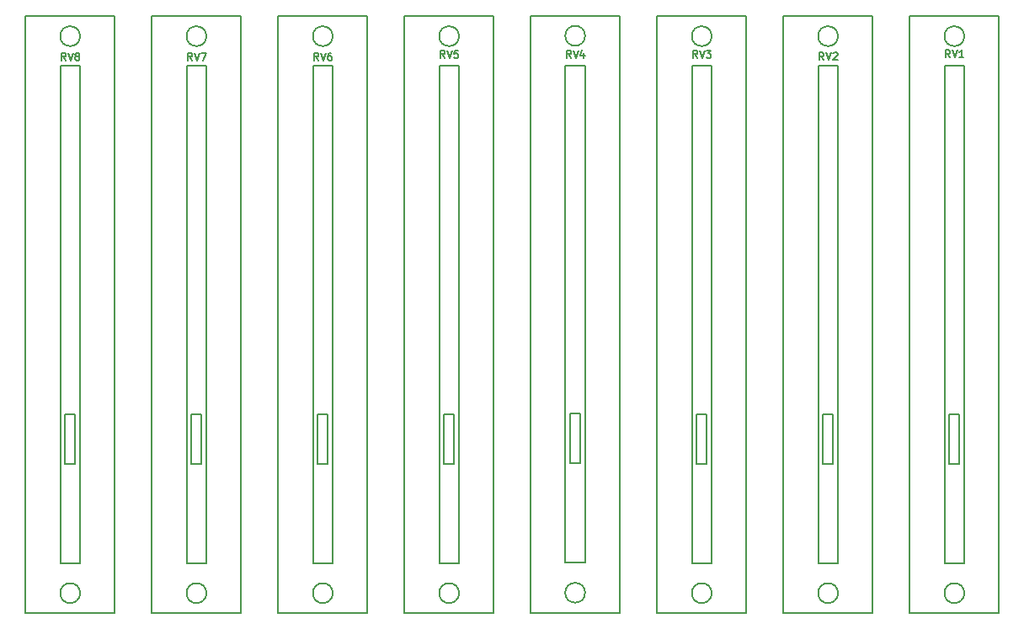
<source format=gto>
G04 #@! TF.GenerationSoftware,KiCad,Pcbnew,(5.0.0)*
G04 #@! TF.CreationDate,2018-07-30T10:59:50+01:00*
G04 #@! TF.ProjectId,Mixer,4D697865722E6B696361645F70636200,rev?*
G04 #@! TF.SameCoordinates,Original*
G04 #@! TF.FileFunction,Legend,Top*
G04 #@! TF.FilePolarity,Positive*
%FSLAX46Y46*%
G04 Gerber Fmt 4.6, Leading zero omitted, Abs format (unit mm)*
G04 Created by KiCad (PCBNEW (5.0.0)) date 07/30/18 10:59:50*
%MOMM*%
%LPD*%
G01*
G04 APERTURE LIST*
%ADD10C,0.203200*%
%ADD11C,0.152400*%
G04 APERTURE END LIST*
D10*
G04 #@! TO.C,RV7*
X61540000Y-20800000D02*
X61540000Y-80800000D01*
X70540000Y-20800000D02*
X61540000Y-20800000D01*
X70540000Y-80800000D02*
X70540000Y-20800000D01*
X61540000Y-80800000D02*
X70540000Y-80800000D01*
X65040000Y-25800000D02*
X65040000Y-75800000D01*
X67040000Y-25800000D02*
X65040000Y-25800000D01*
X67040000Y-75800000D02*
X67040000Y-25800000D01*
X65040000Y-75800000D02*
X67040000Y-75800000D01*
X65540000Y-60800000D02*
X65540000Y-65800000D01*
X66540000Y-60800000D02*
X65540000Y-60800000D01*
X66540000Y-65800000D02*
X66540000Y-60800000D01*
X65540000Y-65800000D02*
X66540000Y-65800000D01*
X67040000Y-22800000D02*
G75*
G03X67040000Y-22800000I-1000000J0D01*
G01*
X67040000Y-78800000D02*
G75*
G03X67040000Y-78800000I-1000000J0D01*
G01*
G04 #@! TO.C,RV8*
X54340000Y-78800000D02*
G75*
G03X54340000Y-78800000I-1000000J0D01*
G01*
X54340000Y-22800000D02*
G75*
G03X54340000Y-22800000I-1000000J0D01*
G01*
X52840000Y-65800000D02*
X53840000Y-65800000D01*
X53840000Y-65800000D02*
X53840000Y-60800000D01*
X53840000Y-60800000D02*
X52840000Y-60800000D01*
X52840000Y-60800000D02*
X52840000Y-65800000D01*
X52340000Y-75800000D02*
X54340000Y-75800000D01*
X54340000Y-75800000D02*
X54340000Y-25800000D01*
X54340000Y-25800000D02*
X52340000Y-25800000D01*
X52340000Y-25800000D02*
X52340000Y-75800000D01*
X48840000Y-80800000D02*
X57840000Y-80800000D01*
X57840000Y-80800000D02*
X57840000Y-20800000D01*
X57840000Y-20800000D02*
X48840000Y-20800000D01*
X48840000Y-20800000D02*
X48840000Y-80800000D01*
G04 #@! TO.C,RV1*
X143240000Y-78800000D02*
G75*
G03X143240000Y-78800000I-1000000J0D01*
G01*
X143240000Y-22800000D02*
G75*
G03X143240000Y-22800000I-1000000J0D01*
G01*
X141740000Y-65800000D02*
X142740000Y-65800000D01*
X142740000Y-65800000D02*
X142740000Y-60800000D01*
X142740000Y-60800000D02*
X141740000Y-60800000D01*
X141740000Y-60800000D02*
X141740000Y-65800000D01*
X141240000Y-75800000D02*
X143240000Y-75800000D01*
X143240000Y-75800000D02*
X143240000Y-25800000D01*
X143240000Y-25800000D02*
X141240000Y-25800000D01*
X141240000Y-25800000D02*
X141240000Y-75800000D01*
X137740000Y-80800000D02*
X146740000Y-80800000D01*
X146740000Y-80800000D02*
X146740000Y-20800000D01*
X146740000Y-20800000D02*
X137740000Y-20800000D01*
X137740000Y-20800000D02*
X137740000Y-80800000D01*
G04 #@! TO.C,RV2*
X130540000Y-78800000D02*
G75*
G03X130540000Y-78800000I-1000000J0D01*
G01*
X130540000Y-22800000D02*
G75*
G03X130540000Y-22800000I-1000000J0D01*
G01*
X129040000Y-65800000D02*
X130040000Y-65800000D01*
X130040000Y-65800000D02*
X130040000Y-60800000D01*
X130040000Y-60800000D02*
X129040000Y-60800000D01*
X129040000Y-60800000D02*
X129040000Y-65800000D01*
X128540000Y-75800000D02*
X130540000Y-75800000D01*
X130540000Y-75800000D02*
X130540000Y-25800000D01*
X130540000Y-25800000D02*
X128540000Y-25800000D01*
X128540000Y-25800000D02*
X128540000Y-75800000D01*
X125040000Y-80800000D02*
X134040000Y-80800000D01*
X134040000Y-80800000D02*
X134040000Y-20800000D01*
X134040000Y-20800000D02*
X125040000Y-20800000D01*
X125040000Y-20800000D02*
X125040000Y-80800000D01*
G04 #@! TO.C,RV3*
X112340000Y-20800000D02*
X112340000Y-80800000D01*
X121340000Y-20800000D02*
X112340000Y-20800000D01*
X121340000Y-80800000D02*
X121340000Y-20800000D01*
X112340000Y-80800000D02*
X121340000Y-80800000D01*
X115840000Y-25800000D02*
X115840000Y-75800000D01*
X117840000Y-25800000D02*
X115840000Y-25800000D01*
X117840000Y-75800000D02*
X117840000Y-25800000D01*
X115840000Y-75800000D02*
X117840000Y-75800000D01*
X116340000Y-60800000D02*
X116340000Y-65800000D01*
X117340000Y-60800000D02*
X116340000Y-60800000D01*
X117340000Y-65800000D02*
X117340000Y-60800000D01*
X116340000Y-65800000D02*
X117340000Y-65800000D01*
X117840000Y-22800000D02*
G75*
G03X117840000Y-22800000I-1000000J0D01*
G01*
X117840000Y-78800000D02*
G75*
G03X117840000Y-78800000I-1000000J0D01*
G01*
G04 #@! TO.C,RV4*
X105112000Y-78760000D02*
G75*
G03X105112000Y-78760000I-1000000J0D01*
G01*
X105112000Y-22760000D02*
G75*
G03X105112000Y-22760000I-1000000J0D01*
G01*
X103612000Y-65760000D02*
X104612000Y-65760000D01*
X104612000Y-65760000D02*
X104612000Y-60760000D01*
X104612000Y-60760000D02*
X103612000Y-60760000D01*
X103612000Y-60760000D02*
X103612000Y-65760000D01*
X103112000Y-75760000D02*
X105112000Y-75760000D01*
X105112000Y-75760000D02*
X105112000Y-25760000D01*
X105112000Y-25760000D02*
X103112000Y-25760000D01*
X103112000Y-25760000D02*
X103112000Y-75760000D01*
X99612000Y-80760000D02*
X108612000Y-80760000D01*
X108612000Y-80760000D02*
X108612000Y-20760000D01*
X108612000Y-20760000D02*
X99612000Y-20760000D01*
X99612000Y-20760000D02*
X99612000Y-80760000D01*
G04 #@! TO.C,RV5*
X86940000Y-20800000D02*
X86940000Y-80800000D01*
X95940000Y-20800000D02*
X86940000Y-20800000D01*
X95940000Y-80800000D02*
X95940000Y-20800000D01*
X86940000Y-80800000D02*
X95940000Y-80800000D01*
X90440000Y-25800000D02*
X90440000Y-75800000D01*
X92440000Y-25800000D02*
X90440000Y-25800000D01*
X92440000Y-75800000D02*
X92440000Y-25800000D01*
X90440000Y-75800000D02*
X92440000Y-75800000D01*
X90940000Y-60800000D02*
X90940000Y-65800000D01*
X91940000Y-60800000D02*
X90940000Y-60800000D01*
X91940000Y-65800000D02*
X91940000Y-60800000D01*
X90940000Y-65800000D02*
X91940000Y-65800000D01*
X92440000Y-22800000D02*
G75*
G03X92440000Y-22800000I-1000000J0D01*
G01*
X92440000Y-78800000D02*
G75*
G03X92440000Y-78800000I-1000000J0D01*
G01*
G04 #@! TO.C,RV6*
X79740000Y-78800000D02*
G75*
G03X79740000Y-78800000I-1000000J0D01*
G01*
X79740000Y-22800000D02*
G75*
G03X79740000Y-22800000I-1000000J0D01*
G01*
X78240000Y-65800000D02*
X79240000Y-65800000D01*
X79240000Y-65800000D02*
X79240000Y-60800000D01*
X79240000Y-60800000D02*
X78240000Y-60800000D01*
X78240000Y-60800000D02*
X78240000Y-65800000D01*
X77740000Y-75800000D02*
X79740000Y-75800000D01*
X79740000Y-75800000D02*
X79740000Y-25800000D01*
X79740000Y-25800000D02*
X77740000Y-25800000D01*
X77740000Y-25800000D02*
X77740000Y-75800000D01*
X74240000Y-80800000D02*
X83240000Y-80800000D01*
X83240000Y-80800000D02*
X83240000Y-20800000D01*
X83240000Y-20800000D02*
X74240000Y-20800000D01*
X74240000Y-20800000D02*
X74240000Y-80800000D01*
G04 #@! TO.C,RV7*
D11*
X65586428Y-25236714D02*
X65332428Y-24873857D01*
X65151000Y-25236714D02*
X65151000Y-24474714D01*
X65441285Y-24474714D01*
X65513857Y-24511000D01*
X65550142Y-24547285D01*
X65586428Y-24619857D01*
X65586428Y-24728714D01*
X65550142Y-24801285D01*
X65513857Y-24837571D01*
X65441285Y-24873857D01*
X65151000Y-24873857D01*
X65804142Y-24474714D02*
X66058142Y-25236714D01*
X66312142Y-24474714D01*
X66493571Y-24474714D02*
X67001571Y-24474714D01*
X66675000Y-25236714D01*
G04 #@! TO.C,RV8*
X52886428Y-25236714D02*
X52632428Y-24873857D01*
X52451000Y-25236714D02*
X52451000Y-24474714D01*
X52741285Y-24474714D01*
X52813857Y-24511000D01*
X52850142Y-24547285D01*
X52886428Y-24619857D01*
X52886428Y-24728714D01*
X52850142Y-24801285D01*
X52813857Y-24837571D01*
X52741285Y-24873857D01*
X52451000Y-24873857D01*
X53104142Y-24474714D02*
X53358142Y-25236714D01*
X53612142Y-24474714D01*
X53975000Y-24801285D02*
X53902428Y-24765000D01*
X53866142Y-24728714D01*
X53829857Y-24656142D01*
X53829857Y-24619857D01*
X53866142Y-24547285D01*
X53902428Y-24511000D01*
X53975000Y-24474714D01*
X54120142Y-24474714D01*
X54192714Y-24511000D01*
X54229000Y-24547285D01*
X54265285Y-24619857D01*
X54265285Y-24656142D01*
X54229000Y-24728714D01*
X54192714Y-24765000D01*
X54120142Y-24801285D01*
X53975000Y-24801285D01*
X53902428Y-24837571D01*
X53866142Y-24873857D01*
X53829857Y-24946428D01*
X53829857Y-25091571D01*
X53866142Y-25164142D01*
X53902428Y-25200428D01*
X53975000Y-25236714D01*
X54120142Y-25236714D01*
X54192714Y-25200428D01*
X54229000Y-25164142D01*
X54265285Y-25091571D01*
X54265285Y-24946428D01*
X54229000Y-24873857D01*
X54192714Y-24837571D01*
X54120142Y-24801285D01*
G04 #@! TO.C,RV1*
X141786428Y-24942714D02*
X141532428Y-24579857D01*
X141351000Y-24942714D02*
X141351000Y-24180714D01*
X141641285Y-24180714D01*
X141713857Y-24217000D01*
X141750142Y-24253285D01*
X141786428Y-24325857D01*
X141786428Y-24434714D01*
X141750142Y-24507285D01*
X141713857Y-24543571D01*
X141641285Y-24579857D01*
X141351000Y-24579857D01*
X142004142Y-24180714D02*
X142258142Y-24942714D01*
X142512142Y-24180714D01*
X143165285Y-24942714D02*
X142729857Y-24942714D01*
X142947571Y-24942714D02*
X142947571Y-24180714D01*
X142875000Y-24289571D01*
X142802428Y-24362142D01*
X142729857Y-24398428D01*
G04 #@! TO.C,RV2*
X129114428Y-25196714D02*
X128860428Y-24833857D01*
X128679000Y-25196714D02*
X128679000Y-24434714D01*
X128969285Y-24434714D01*
X129041857Y-24471000D01*
X129078142Y-24507285D01*
X129114428Y-24579857D01*
X129114428Y-24688714D01*
X129078142Y-24761285D01*
X129041857Y-24797571D01*
X128969285Y-24833857D01*
X128679000Y-24833857D01*
X129332142Y-24434714D02*
X129586142Y-25196714D01*
X129840142Y-24434714D01*
X130057857Y-24507285D02*
X130094142Y-24471000D01*
X130166714Y-24434714D01*
X130348142Y-24434714D01*
X130420714Y-24471000D01*
X130457000Y-24507285D01*
X130493285Y-24579857D01*
X130493285Y-24652428D01*
X130457000Y-24761285D01*
X130021571Y-25196714D01*
X130493285Y-25196714D01*
G04 #@! TO.C,RV3*
X116386428Y-24982714D02*
X116132428Y-24619857D01*
X115951000Y-24982714D02*
X115951000Y-24220714D01*
X116241285Y-24220714D01*
X116313857Y-24257000D01*
X116350142Y-24293285D01*
X116386428Y-24365857D01*
X116386428Y-24474714D01*
X116350142Y-24547285D01*
X116313857Y-24583571D01*
X116241285Y-24619857D01*
X115951000Y-24619857D01*
X116604142Y-24220714D02*
X116858142Y-24982714D01*
X117112142Y-24220714D01*
X117293571Y-24220714D02*
X117765285Y-24220714D01*
X117511285Y-24511000D01*
X117620142Y-24511000D01*
X117692714Y-24547285D01*
X117729000Y-24583571D01*
X117765285Y-24656142D01*
X117765285Y-24837571D01*
X117729000Y-24910142D01*
X117692714Y-24946428D01*
X117620142Y-24982714D01*
X117402428Y-24982714D01*
X117329857Y-24946428D01*
X117293571Y-24910142D01*
G04 #@! TO.C,RV4*
X103686428Y-24982714D02*
X103432428Y-24619857D01*
X103251000Y-24982714D02*
X103251000Y-24220714D01*
X103541285Y-24220714D01*
X103613857Y-24257000D01*
X103650142Y-24293285D01*
X103686428Y-24365857D01*
X103686428Y-24474714D01*
X103650142Y-24547285D01*
X103613857Y-24583571D01*
X103541285Y-24619857D01*
X103251000Y-24619857D01*
X103904142Y-24220714D02*
X104158142Y-24982714D01*
X104412142Y-24220714D01*
X104992714Y-24474714D02*
X104992714Y-24982714D01*
X104811285Y-24184428D02*
X104629857Y-24728714D01*
X105101571Y-24728714D01*
G04 #@! TO.C,RV5*
X90986428Y-24982714D02*
X90732428Y-24619857D01*
X90551000Y-24982714D02*
X90551000Y-24220714D01*
X90841285Y-24220714D01*
X90913857Y-24257000D01*
X90950142Y-24293285D01*
X90986428Y-24365857D01*
X90986428Y-24474714D01*
X90950142Y-24547285D01*
X90913857Y-24583571D01*
X90841285Y-24619857D01*
X90551000Y-24619857D01*
X91204142Y-24220714D02*
X91458142Y-24982714D01*
X91712142Y-24220714D01*
X92329000Y-24220714D02*
X91966142Y-24220714D01*
X91929857Y-24583571D01*
X91966142Y-24547285D01*
X92038714Y-24511000D01*
X92220142Y-24511000D01*
X92292714Y-24547285D01*
X92329000Y-24583571D01*
X92365285Y-24656142D01*
X92365285Y-24837571D01*
X92329000Y-24910142D01*
X92292714Y-24946428D01*
X92220142Y-24982714D01*
X92038714Y-24982714D01*
X91966142Y-24946428D01*
X91929857Y-24910142D01*
G04 #@! TO.C,RV6*
X78286428Y-25236714D02*
X78032428Y-24873857D01*
X77851000Y-25236714D02*
X77851000Y-24474714D01*
X78141285Y-24474714D01*
X78213857Y-24511000D01*
X78250142Y-24547285D01*
X78286428Y-24619857D01*
X78286428Y-24728714D01*
X78250142Y-24801285D01*
X78213857Y-24837571D01*
X78141285Y-24873857D01*
X77851000Y-24873857D01*
X78504142Y-24474714D02*
X78758142Y-25236714D01*
X79012142Y-24474714D01*
X79592714Y-24474714D02*
X79447571Y-24474714D01*
X79375000Y-24511000D01*
X79338714Y-24547285D01*
X79266142Y-24656142D01*
X79229857Y-24801285D01*
X79229857Y-25091571D01*
X79266142Y-25164142D01*
X79302428Y-25200428D01*
X79375000Y-25236714D01*
X79520142Y-25236714D01*
X79592714Y-25200428D01*
X79629000Y-25164142D01*
X79665285Y-25091571D01*
X79665285Y-24910142D01*
X79629000Y-24837571D01*
X79592714Y-24801285D01*
X79520142Y-24765000D01*
X79375000Y-24765000D01*
X79302428Y-24801285D01*
X79266142Y-24837571D01*
X79229857Y-24910142D01*
G04 #@! TD*
M02*

</source>
